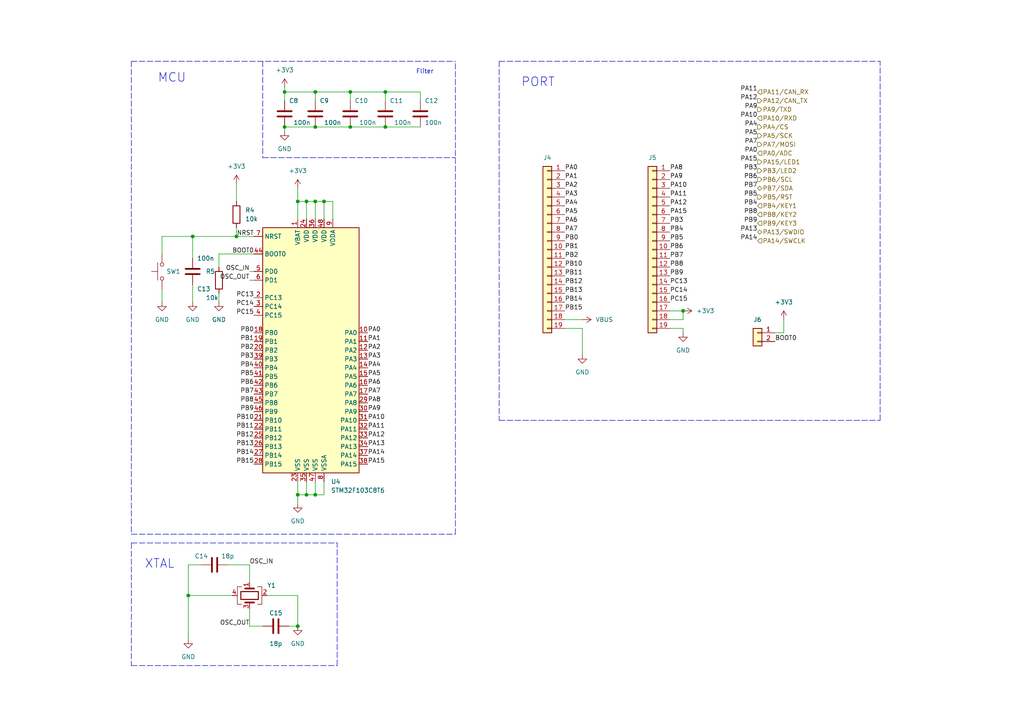
<source format=kicad_sch>
(kicad_sch (version 20211123) (generator eeschema)
  (paper "A4")
  (lib_symbols
    (symbol "Connector_Generic:Conn_01x02" (pin_names (offset 1.016) hide)
      (property "Reference" "J" (at 0 2.54 0))
      (property "Value" "Conn_01x02" (at 0 -5.08 0))
      (symbol "Conn_01x02_1_1"
        (rectangle (start -1.27 -2.413) (end 0 -2.667) (stroke (width 0.1524)))
        (rectangle (start -1.27 0.127) (end 0 -0.127) (stroke (width 0.1524)))
        (rectangle (start -1.27 1.27) (end 1.27 -3.81) (stroke (width 0.254)) (fill (type background)))
        (pin passive line (at -5.08 0 0) (length 3.81) (name "Pin_1") (number "1"))
        (pin passive line (at -5.08 -2.54 0) (length 3.81) (name "Pin_2") (number "2"))
      )
    )
    (symbol "Connector_Generic:Conn_01x19" (pin_names (offset 1.016) hide)
      (property "Reference" "J" (at 0 25.4 0))
      (property "Value" "Conn_01x19" (at 0 -25.4 0))
      (symbol "Conn_01x19_1_1"
        (rectangle (start -1.27 -22.733) (end 0 -22.987) (stroke (width 0.1524)))
        (rectangle (start -1.27 -20.193) (end 0 -20.447) (stroke (width 0.1524)))
        (rectangle (start -1.27 -17.653) (end 0 -17.907) (stroke (width 0.1524)))
        (rectangle (start -1.27 -15.113) (end 0 -15.367) (stroke (width 0.1524)))
        (rectangle (start -1.27 -12.573) (end 0 -12.827) (stroke (width 0.1524)))
        (rectangle (start -1.27 -10.033) (end 0 -10.287) (stroke (width 0.1524)))
        (rectangle (start -1.27 -7.493) (end 0 -7.747) (stroke (width 0.1524)))
        (rectangle (start -1.27 -4.953) (end 0 -5.207) (stroke (width 0.1524)))
        (rectangle (start -1.27 -2.413) (end 0 -2.667) (stroke (width 0.1524)))
        (rectangle (start -1.27 0.127) (end 0 -0.127) (stroke (width 0.1524)))
        (rectangle (start -1.27 2.667) (end 0 2.413) (stroke (width 0.1524)))
        (rectangle (start -1.27 5.207) (end 0 4.953) (stroke (width 0.1524)))
        (rectangle (start -1.27 7.747) (end 0 7.493) (stroke (width 0.1524)))
        (rectangle (start -1.27 10.287) (end 0 10.033) (stroke (width 0.1524)))
        (rectangle (start -1.27 12.827) (end 0 12.573) (stroke (width 0.1524)))
        (rectangle (start -1.27 15.367) (end 0 15.113) (stroke (width 0.1524)))
        (rectangle (start -1.27 17.907) (end 0 17.653) (stroke (width 0.1524)))
        (rectangle (start -1.27 20.447) (end 0 20.193) (stroke (width 0.1524)))
        (rectangle (start -1.27 22.987) (end 0 22.733) (stroke (width 0.1524)))
        (rectangle (start -1.27 24.13) (end 1.27 -24.13) (stroke (width 0.254)) (fill (type background)))
        (pin passive line (at -5.08 22.86 0) (length 3.81) (name "Pin_1") (number "1"))
        (pin passive line (at -5.08 0 0) (length 3.81) (name "Pin_10") (number "10"))
        (pin passive line (at -5.08 -2.54 0) (length 3.81) (name "Pin_11") (number "11"))
        (pin passive line (at -5.08 -5.08 0) (length 3.81) (name "Pin_12") (number "12"))
        (pin passive line (at -5.08 -7.62 0) (length 3.81) (name "Pin_13") (number "13"))
        (pin passive line (at -5.08 -10.16 0) (length 3.81) (name "Pin_14") (number "14"))
        (pin passive line (at -5.08 -12.7 0) (length 3.81) (name "Pin_15") (number "15"))
        (pin passive line (at -5.08 -15.24 0) (length 3.81) (name "Pin_16") (number "16"))
        (pin passive line (at -5.08 -17.78 0) (length 3.81) (name "Pin_17") (number "17"))
        (pin passive line (at -5.08 -20.32 0) (length 3.81) (name "Pin_18") (number "18"))
        (pin passive line (at -5.08 -22.86 0) (length 3.81) (name "Pin_19") (number "19"))
        (pin passive line (at -5.08 20.32 0) (length 3.81) (name "Pin_2") (number "2"))
        (pin passive line (at -5.08 17.78 0) (length 3.81) (name "Pin_3") (number "3"))
        (pin passive line (at -5.08 15.24 0) (length 3.81) (name "Pin_4") (number "4"))
        (pin passive line (at -5.08 12.7 0) (length 3.81) (name "Pin_5") (number "5"))
        (pin passive line (at -5.08 10.16 0) (length 3.81) (name "Pin_6") (number "6"))
        (pin passive line (at -5.08 7.62 0) (length 3.81) (name "Pin_7") (number "7"))
        (pin passive line (at -5.08 5.08 0) (length 3.81) (name "Pin_8") (number "8"))
        (pin passive line (at -5.08 2.54 0) (length 3.81) (name "Pin_9") (number "9"))
      )
    )
    (symbol "Device:C" (pin_numbers hide) (pin_names (offset 0.254))
      (property "Reference" "C" (at 0.635 2.54 0))
      (property "Value" "C" (at 0.635 -2.54 0))
      (symbol "C_0_1"
        (polyline (pts (xy -2.032 -0.762) (xy 2.032 -0.762)) (stroke (width 0.508)))
        (polyline (pts (xy -2.032 0.762) (xy 2.032 0.762)) (stroke (width 0.508)))
      )
      (symbol "C_1_1"
        (pin passive line (at 0 3.81 270) (length 2.794) (name "~") (number "1"))
        (pin passive line (at 0 -3.81 90) (length 2.794) (name "~") (number "2"))
      )
    )
    (symbol "Device:Crystal_GND24" (pin_names (offset 1.016) hide)
      (property "Reference" "Y" (at 3.175 5.08 0))
      (property "Value" "Crystal_GND24" (at 3.175 3.175 0))
      (symbol "Crystal_GND24_0_1"
        (rectangle (start -1.143 2.54) (end 1.143 -2.54) (stroke (width 0.3048)))
        (polyline (pts (xy -2.54 0) (xy -2.032 0)))
        (polyline (pts (xy -2.032 -1.27) (xy -2.032 1.27)) (stroke (width 0.508)))
        (polyline (pts (xy 0 -3.81) (xy 0 -3.556)))
        (polyline (pts (xy 0 3.556) (xy 0 3.81)))
        (polyline (pts (xy 2.032 -1.27) (xy 2.032 1.27)) (stroke (width 0.508)))
        (polyline (pts (xy 2.032 0) (xy 2.54 0)))
        (polyline (pts (xy -2.54 -2.286) (xy -2.54 -3.556) (xy 2.54 -3.556) (xy 2.54 -2.286)))
        (polyline (pts (xy -2.54 2.286) (xy -2.54 3.556) (xy 2.54 3.556) (xy 2.54 2.286)))
      )
      (symbol "Crystal_GND24_1_1"
        (pin passive line (at -3.81 0 0) (length 1.27) (name "1") (number "1"))
        (pin passive line (at 0 5.08 270) (length 1.27) (name "2") (number "2"))
        (pin passive line (at 3.81 0 180) (length 1.27) (name "3") (number "3"))
        (pin passive line (at 0 -5.08 90) (length 1.27) (name "4") (number "4"))
      )
    )
    (symbol "Device:R" (pin_numbers hide) (pin_names (offset 0))
      (property "Reference" "R" (at 2.032 0 90))
      (property "Value" "R" (at 0 0 90))
      (symbol "R_0_1"
        (rectangle (start -1.016 -2.54) (end 1.016 2.54) (stroke (width 0.254)))
      )
      (symbol "R_1_1"
        (pin passive line (at 0 3.81 270) (length 1.27) (name "~") (number "1"))
        (pin passive line (at 0 -3.81 90) (length 1.27) (name "~") (number "2"))
      )
    )
    (symbol "MCU_ST_STM32F1:STM32F103C8Tx"
      (property "Reference" "U" (at -15.24 36.83 0))
      (property "Value" "STM32F103C8Tx" (at 7.62 36.83 0))
      (symbol "STM32F103C8Tx_0_1"
        (rectangle (start -15.24 -35.56) (end 12.7 35.56) (stroke (width 0.254)) (fill (type background)))
      )
      (symbol "STM32F103C8Tx_1_1"
        (pin power_in line (at -5.08 38.1 270) (length 2.54) (name "VBAT") (number "1"))
        (pin bidirectional line (at 15.24 5.08 180) (length 2.54) (name "PA0") (number "10"))
        (pin bidirectional line (at 15.24 2.54 180) (length 2.54) (name "PA1") (number "11"))
        (pin bidirectional line (at 15.24 0 180) (length 2.54) (name "PA2") (number "12"))
        (pin bidirectional line (at 15.24 -2.54 180) (length 2.54) (name "PA3") (number "13"))
        (pin bidirectional line (at 15.24 -5.08 180) (length 2.54) (name "PA4") (number "14"))
        (pin bidirectional line (at 15.24 -7.62 180) (length 2.54) (name "PA5") (number "15"))
        (pin bidirectional line (at 15.24 -10.16 180) (length 2.54) (name "PA6") (number "16"))
        (pin bidirectional line (at 15.24 -12.7 180) (length 2.54) (name "PA7") (number "17"))
        (pin bidirectional line (at -17.78 5.08 0) (length 2.54) (name "PB0") (number "18"))
        (pin bidirectional line (at -17.78 2.54 0) (length 2.54) (name "PB1") (number "19"))
        (pin bidirectional line (at -17.78 15.24 0) (length 2.54) (name "PC13") (number "2"))
        (pin bidirectional line (at -17.78 0 0) (length 2.54) (name "PB2") (number "20"))
        (pin bidirectional line (at -17.78 -20.32 0) (length 2.54) (name "PB10") (number "21"))
        (pin bidirectional line (at -17.78 -22.86 0) (length 2.54) (name "PB11") (number "22"))
        (pin power_in line (at -5.08 -38.1 90) (length 2.54) (name "VSS") (number "23"))
        (pin power_in line (at -2.54 38.1 270) (length 2.54) (name "VDD") (number "24"))
        (pin bidirectional line (at -17.78 -25.4 0) (length 2.54) (name "PB12") (number "25"))
        (pin bidirectional line (at -17.78 -27.94 0) (length 2.54) (name "PB13") (number "26"))
        (pin bidirectional line (at -17.78 -30.48 0) (length 2.54) (name "PB14") (number "27"))
        (pin bidirectional line (at -17.78 -33.02 0) (length 2.54) (name "PB15") (number "28"))
        (pin bidirectional line (at 15.24 -15.24 180) (length 2.54) (name "PA8") (number "29"))
        (pin bidirectional line (at -17.78 12.7 0) (length 2.54) (name "PC14") (number "3"))
        (pin bidirectional line (at 15.24 -17.78 180) (length 2.54) (name "PA9") (number "30"))
        (pin bidirectional line (at 15.24 -20.32 180) (length 2.54) (name "PA10") (number "31"))
        (pin bidirectional line (at 15.24 -22.86 180) (length 2.54) (name "PA11") (number "32"))
        (pin bidirectional line (at 15.24 -25.4 180) (length 2.54) (name "PA12") (number "33"))
        (pin bidirectional line (at 15.24 -27.94 180) (length 2.54) (name "PA13") (number "34"))
        (pin power_in line (at -2.54 -38.1 90) (length 2.54) (name "VSS") (number "35"))
        (pin power_in line (at 0 38.1 270) (length 2.54) (name "VDD") (number "36"))
        (pin bidirectional line (at 15.24 -30.48 180) (length 2.54) (name "PA14") (number "37"))
        (pin bidirectional line (at 15.24 -33.02 180) (length 2.54) (name "PA15") (number "38"))
        (pin bidirectional line (at -17.78 -2.54 0) (length 2.54) (name "PB3") (number "39"))
        (pin bidirectional line (at -17.78 10.16 0) (length 2.54) (name "PC15") (number "4"))
        (pin bidirectional line (at -17.78 -5.08 0) (length 2.54) (name "PB4") (number "40"))
        (pin bidirectional line (at -17.78 -7.62 0) (length 2.54) (name "PB5") (number "41"))
        (pin bidirectional line (at -17.78 -10.16 0) (length 2.54) (name "PB6") (number "42"))
        (pin bidirectional line (at -17.78 -12.7 0) (length 2.54) (name "PB7") (number "43"))
        (pin input line (at -17.78 27.94 0) (length 2.54) (name "BOOT0") (number "44"))
        (pin bidirectional line (at -17.78 -15.24 0) (length 2.54) (name "PB8") (number "45"))
        (pin bidirectional line (at -17.78 -17.78 0) (length 2.54) (name "PB9") (number "46"))
        (pin power_in line (at 0 -38.1 90) (length 2.54) (name "VSS") (number "47"))
        (pin power_in line (at 2.54 38.1 270) (length 2.54) (name "VDD") (number "48"))
        (pin input line (at -17.78 22.86 0) (length 2.54) (name "PD0") (number "5"))
        (pin input line (at -17.78 20.32 0) (length 2.54) (name "PD1") (number "6"))
        (pin input line (at -17.78 33.02 0) (length 2.54) (name "NRST") (number "7"))
        (pin power_in line (at 2.54 -38.1 90) (length 2.54) (name "VSSA") (number "8"))
        (pin power_in line (at 5.08 38.1 270) (length 2.54) (name "VDDA") (number "9"))
      )
    )
    (symbol "Switch:SW_Push" (pin_numbers hide) (pin_names (offset 1.016) hide)
      (property "Reference" "SW" (at 1.27 2.54 0))
      (property "Value" "SW_Push" (at 0 -1.524 0))
      (symbol "SW_Push_0_1"
        (circle (center -2.032 0) (radius 0.508))
        (polyline (pts (xy 0 1.27) (xy 0 3.048)))
        (polyline (pts (xy 2.54 1.27) (xy -2.54 1.27)))
        (circle (center 2.032 0) (radius 0.508))
        (pin passive line (at -5.08 0 0) (length 2.54) (name "1") (number "1"))
        (pin passive line (at 5.08 0 180) (length 2.54) (name "2") (number "2"))
      )
    )
    (symbol "power:+3V3" (power) (pin_names (offset 0))
      (property "Value" "+3V3" (at 0 3.556 0))
      (symbol "+3V3_0_1"
        (polyline (pts (xy -0.762 1.27) (xy 0 2.54)))
        (polyline (pts (xy 0 0) (xy 0 2.54)))
        (polyline (pts (xy 0 2.54) (xy 0.762 1.27)))
      )
      (symbol "+3V3_1_1"
        (pin power_in line (at 0 0 90) (length 0) hide (name "+3V3") (number "1"))
      )
    )
    (symbol "power:GND" (power) (pin_names (offset 0))
      (property "Value" "GND" (at 0 -3.81 0))
      (symbol "GND_0_1"
        (polyline (pts (xy 0 0) (xy 0 -1.27) (xy 1.27 -1.27) (xy 0 -2.54) (xy -1.27 -1.27) (xy 0 -1.27)))
      )
      (symbol "GND_1_1"
        (pin power_in line (at 0 0 270) (length 0) hide (name "GND") (number "1"))
      )
    )
    (symbol "power:VBUS" (power) (pin_names (offset 0))
      (property "Value" "VBUS" (at 0 3.81 0))
      (symbol "VBUS_0_1"
        (polyline (pts (xy -0.762 1.27) (xy 0 2.54)))
        (polyline (pts (xy 0 0) (xy 0 2.54)))
        (polyline (pts (xy 0 2.54) (xy 0.762 1.27)))
      )
      (symbol "VBUS_1_1"
        (pin power_in line (at 0 0 90) (length 0) hide (name "VBUS") (number "1"))
      )
    )
  )
  (junction (at 86.36 58.42))
  (junction (at 88.9 143.51))
  (junction (at 54.61 172.72))
  (junction (at 101.6 36.83))
  (junction (at 88.9 58.42))
  (junction (at 93.98 58.42))
  (junction (at 68.58 68.58))
  (junction (at 91.44 36.83))
  (junction (at 82.55 36.83))
  (junction (at 86.36 143.51))
  (junction (at 82.55 26.67))
  (junction (at 111.76 36.83))
  (junction (at 55.88 68.58))
  (junction (at 91.44 58.42))
  (junction (at 91.44 26.67))
  (junction (at 91.44 143.51))
  (junction (at 101.6 26.67))
  (junction (at 86.36 181.61))
  (junction (at 111.76 26.67))
  (junction (at 198.12 90.17))
  (wire (pts (xy 86.36 54.61) (xy 86.36 58.42)))
  (wire (pts (xy 82.55 36.83) (xy 91.44 36.83)))
  (wire (pts (xy 86.36 172.72) (xy 86.36 181.61)))
  (wire (pts (xy 54.61 163.83) (xy 54.61 172.72)))
  (wire (pts (xy 194.31 95.25) (xy 198.12 95.25)))
  (polyline (pts (xy 255.27 121.92) (xy 255.27 17.78)))
  (wire (pts (xy 82.55 26.67) (xy 91.44 26.67)))
  (wire (pts (xy 58.42 163.83) (xy 54.61 163.83)))
  (wire (pts (xy 101.6 26.67) (xy 101.6 29.21)))
  (wire (pts (xy 91.44 143.51) (xy 93.98 143.51)))
  (polyline (pts (xy 97.79 193.04) (xy 97.79 157.48)))
  (wire (pts (xy 83.82 181.61) (xy 86.36 181.61)))
  (wire (pts (xy 54.61 172.72) (xy 67.31 172.72)))
  (wire (pts (xy 55.88 68.58) (xy 55.88 74.93)))
  (wire (pts (xy 77.47 172.72) (xy 86.36 172.72)))
  (wire (pts (xy 63.5 73.66) (xy 73.66 73.66)))
  (wire (pts (xy 86.36 143.51) (xy 88.9 143.51)))
  (wire (pts (xy 111.76 36.83) (xy 121.92 36.83)))
  (polyline (pts (xy 38.1 157.48) (xy 38.1 193.04)))
  (wire (pts (xy 86.36 143.51) (xy 86.36 146.05)))
  (wire (pts (xy 72.39 168.91) (xy 72.39 163.83)))
  (wire (pts (xy 91.44 36.83) (xy 101.6 36.83)))
  (polyline (pts (xy 38.1 157.48) (xy 97.79 157.48)))
  (polyline (pts (xy 132.08 154.94) (xy 132.08 17.78)))
  (wire (pts (xy 93.98 143.51) (xy 93.98 139.7)))
  (polyline (pts (xy 144.78 17.78) (xy 255.27 17.78)))
  (wire (pts (xy 86.36 58.42) (xy 86.36 63.5)))
  (wire (pts (xy 121.92 26.67) (xy 121.92 29.21)))
  (polyline (pts (xy 38.1 17.78) (xy 132.08 17.78)))
  (wire (pts (xy 101.6 26.67) (xy 111.76 26.67)))
  (wire (pts (xy 72.39 81.28) (xy 73.66 81.28)))
  (wire (pts (xy 194.31 92.71) (xy 198.12 92.71)))
  (wire (pts (xy 86.36 58.42) (xy 88.9 58.42)))
  (wire (pts (xy 111.76 26.67) (xy 121.92 26.67)))
  (polyline (pts (xy 144.78 17.78) (xy 144.78 121.92)))
  (wire (pts (xy 91.44 26.67) (xy 91.44 29.21)))
  (wire (pts (xy 91.44 58.42) (xy 93.98 58.42)))
  (wire (pts (xy 82.55 26.67) (xy 82.55 29.21)))
  (wire (pts (xy 111.76 26.67) (xy 111.76 29.21)))
  (wire (pts (xy 46.99 83.82) (xy 46.99 87.63)))
  (wire (pts (xy 88.9 58.42) (xy 88.9 63.5)))
  (wire (pts (xy 46.99 68.58) (xy 46.99 73.66)))
  (wire (pts (xy 68.58 53.34) (xy 68.58 58.42)))
  (wire (pts (xy 88.9 58.42) (xy 91.44 58.42)))
  (wire (pts (xy 91.44 143.51) (xy 91.44 139.7)))
  (wire (pts (xy 72.39 181.61) (xy 76.2 181.61)))
  (wire (pts (xy 82.55 25.4) (xy 82.55 26.67)))
  (wire (pts (xy 88.9 143.51) (xy 91.44 143.51)))
  (polyline (pts (xy 144.78 121.92) (xy 255.27 121.92)))
  (wire (pts (xy 198.12 95.25) (xy 198.12 96.52)))
  (wire (pts (xy 168.91 95.25) (xy 168.91 102.87)))
  (wire (pts (xy 82.55 36.83) (xy 82.55 38.1)))
  (wire (pts (xy 88.9 143.51) (xy 88.9 139.7)))
  (wire (pts (xy 163.83 92.71) (xy 168.91 92.71)))
  (wire (pts (xy 68.58 66.04) (xy 68.58 68.58)))
  (wire (pts (xy 73.66 68.58) (xy 68.58 68.58)))
  (polyline (pts (xy 38.1 193.04) (xy 97.79 193.04)))
  (wire (pts (xy 66.04 163.83) (xy 72.39 163.83)))
  (polyline (pts (xy 76.2 45.72) (xy 132.08 45.72)))
  (wire (pts (xy 63.5 85.09) (xy 63.5 87.63)))
  (polyline (pts (xy 76.2 17.78) (xy 76.2 45.72)))
  (wire (pts (xy 93.98 58.42) (xy 93.98 63.5)))
  (polyline (pts (xy 38.1 17.78) (xy 38.1 154.94)))
  (wire (pts (xy 54.61 172.72) (xy 54.61 185.42)))
  (wire (pts (xy 91.44 26.67) (xy 101.6 26.67)))
  (polyline (pts (xy 38.1 154.94) (xy 132.08 154.94)))
  (wire (pts (xy 227.33 96.52) (xy 227.33 92.71)))
  (wire (pts (xy 86.36 139.7) (xy 86.36 143.51)))
  (wire (pts (xy 96.52 63.5) (xy 96.52 58.42)))
  (wire (pts (xy 93.98 58.42) (xy 96.52 58.42)))
  (wire (pts (xy 63.5 77.47) (xy 63.5 73.66)))
  (wire (pts (xy 55.88 68.58) (xy 46.99 68.58)))
  (wire (pts (xy 72.39 78.74) (xy 73.66 78.74)))
  (wire (pts (xy 163.83 95.25) (xy 168.91 95.25)))
  (wire (pts (xy 91.44 58.42) (xy 91.44 63.5)))
  (wire (pts (xy 194.31 90.17) (xy 198.12 90.17)))
  (wire (pts (xy 101.6 36.83) (xy 111.76 36.83)))
  (wire (pts (xy 68.58 68.58) (xy 55.88 68.58)))
  (wire (pts (xy 55.88 82.55) (xy 55.88 87.63)))
  (wire (pts (xy 224.79 96.52) (xy 227.33 96.52)))
  (wire (pts (xy 72.39 176.53) (xy 72.39 181.61)))
  (wire (pts (xy 198.12 92.71) (xy 198.12 90.17)))
  (text "PORT" (at 151.13 25.4 0) (effects (font (size 2.54 2.54)) (justify left bottom)))
  (text "Fliter" (at 120.65 21.59 0) (effects (font (size 1.27 1.27)) (justify left bottom)))
  (text "MCU" (at 45.72 24.13 0) (effects (font (size 2.54 2.54)) (justify left bottom)))
  (text "XTAL" (at 41.91 165.1 0) (effects (font (size 2.54 2.54)) (justify left bottom)))
  (label "BOOT0" (at 224.79 99.06 0))
  (label "PA13" (at 106.68 129.54 0))
  (label "PB5" (at 73.66 109.22 180))
  (label "PB9" (at 219.71 64.77 180))
  (label "PC13" (at 73.66 86.36 180))
  (label "OSC_OUT" (at 72.39 181.61 180))
  (label "PB5" (at 194.31 69.85 0))
  (label "PA11" (at 219.71 26.67 180))
  (label "PB15" (at 163.83 90.17 0))
  (label "PB13" (at 73.66 129.54 180))
  (label "NRST" (at 73.66 68.58 180))
  (label "PB11" (at 73.66 124.46 180))
  (label "PA10" (at 219.71 34.29 180))
  (label "PA13" (at 219.71 67.31 180))
  (label "PA4" (at 219.71 36.83 180))
  (label "PA14" (at 106.68 132.08 0))
  (label "PB1" (at 163.83 72.39 0))
  (label "PA7" (at 163.83 67.31 0))
  (label "PB9" (at 194.31 80.01 0))
  (label "PB4" (at 194.31 67.31 0))
  (label "PB0" (at 163.83 69.85 0))
  (label "PA3" (at 163.83 57.15 0))
  (label "PA6" (at 106.68 111.76 0))
  (label "PA2" (at 106.68 101.6 0))
  (label "PB3" (at 219.71 49.53 180))
  (label "PA9" (at 106.68 119.38 0))
  (label "PB7" (at 194.31 74.93 0))
  (label "OSC_OUT" (at 72.39 81.28 180))
  (label "PB3" (at 73.66 104.14 180))
  (label "PB4" (at 73.66 106.68 180))
  (label "PA15" (at 106.68 134.62 0))
  (label "PA12" (at 194.31 59.69 0))
  (label "PA4" (at 163.83 59.69 0))
  (label "PB11" (at 163.83 80.01 0))
  (label "PB6" (at 73.66 111.76 180))
  (label "PA12" (at 219.71 29.21 180))
  (label "PB15" (at 73.66 134.62 180))
  (label "PB6" (at 194.31 72.39 0))
  (label "PA3" (at 106.68 104.14 0))
  (label "OSC_IN" (at 72.39 78.74 180))
  (label "PA7" (at 106.68 114.3 0))
  (label "PB12" (at 163.83 82.55 0))
  (label "PB6" (at 219.71 52.07 180))
  (label "PB10" (at 73.66 121.92 180))
  (label "PC15" (at 73.66 91.44 180))
  (label "PA12" (at 106.68 127 0))
  (label "PB8" (at 194.31 77.47 0))
  (label "PA9" (at 194.31 52.07 0))
  (label "PA1" (at 163.83 52.07 0))
  (label "PA0" (at 163.83 49.53 0))
  (label "PB8" (at 219.71 62.23 180))
  (label "PA1" (at 106.68 99.06 0))
  (label "PA14" (at 219.71 69.85 180))
  (label "PB14" (at 163.83 87.63 0))
  (label "PB7" (at 73.66 114.3 180))
  (label "PB4" (at 219.71 59.69 180))
  (label "PA0" (at 106.68 96.52 0))
  (label "PB7" (at 219.71 54.61 180))
  (label "PB12" (at 73.66 127 180))
  (label "PC14" (at 194.31 85.09 0))
  (label "PA8" (at 106.68 116.84 0))
  (label "PA6" (at 163.83 64.77 0))
  (label "PA10" (at 106.68 121.92 0))
  (label "PA15" (at 194.31 62.23 0))
  (label "PA5" (at 163.83 62.23 0))
  (label "PA11" (at 194.31 57.15 0))
  (label "PB0" (at 73.66 96.52 180))
  (label "PA7" (at 219.71 41.91 180))
  (label "PA10" (at 194.31 54.61 0))
  (label "PC14" (at 73.66 88.9 180))
  (label "PB2" (at 163.83 74.93 0))
  (label "PA5" (at 106.68 109.22 0))
  (label "PA2" (at 163.83 54.61 0))
  (label "PB1" (at 73.66 99.06 180))
  (label "PB2" (at 73.66 101.6 180))
  (label "PB3" (at 194.31 64.77 0))
  (label "PA15" (at 219.71 46.99 180))
  (label "PA8" (at 194.31 49.53 0))
  (label "PA11" (at 106.68 124.46 0))
  (label "PB14" (at 73.66 132.08 180))
  (label "PC15" (at 194.31 87.63 0))
  (label "PB9" (at 73.66 119.38 180))
  (label "PA9" (at 219.71 31.75 180))
  (label "BOOT0" (at 73.66 73.66 180))
  (label "PC13" (at 194.31 82.55 0))
  (label "PB13" (at 163.83 85.09 0))
  (label "PB5" (at 219.71 57.15 180))
  (label "PA4" (at 106.68 106.68 0))
  (label "PB8" (at 73.66 116.84 180))
  (label "PB10" (at 163.83 77.47 0))
  (label "PA5" (at 219.71 39.37 180))
  (label "PA0" (at 219.71 44.45 180))
  (label "OSC_IN" (at 72.39 163.83 0))
  (hierarchical_label "PA9{slash}TXD" (shape output) (at 219.71 31.75 0))
  (hierarchical_label "PA5{slash}SCK" (shape output) (at 219.71 39.37 0))
  (hierarchical_label "PB9{slash}KEY3" (shape input) (at 219.71 64.77 0))
  (hierarchical_label "PB7{slash}SDA" (shape bidirectional) (at 219.71 54.61 0))
  (hierarchical_label "PA15{slash}LED1" (shape output) (at 219.71 46.99 0))
  (hierarchical_label "PA0{slash}ADC" (shape input) (at 219.71 44.45 0))
  (hierarchical_label "PA7{slash}MOSI" (shape output) (at 219.71 41.91 0))
  (hierarchical_label "PA4{slash}CS" (shape output) (at 219.71 36.83 0))
  (hierarchical_label "PA10{slash}RXD" (shape input) (at 219.71 34.29 0))
  (hierarchical_label "PB4{slash}KEY1" (shape input) (at 219.71 59.69 0))
  (hierarchical_label "PA14{slash}SWCLK" (shape input) (at 219.71 69.85 0))
  (hierarchical_label "PB3{slash}LED2" (shape output) (at 219.71 49.53 0))
  (hierarchical_label "PA11{slash}CAN_RX" (shape input) (at 219.71 26.67 0))
  (hierarchical_label "PB5{slash}RST" (shape output) (at 219.71 57.15 0))
  (hierarchical_label "PB8{slash}KEY2" (shape input) (at 219.71 62.23 0))
  (hierarchical_label "PB6{slash}SCL" (shape output) (at 219.71 52.07 0))
  (hierarchical_label "PA13{slash}SWDIO" (shape bidirectional) (at 219.71 67.31 0))
  (hierarchical_label "PA12{slash}CAN_TX" (shape output) (at 219.71 29.21 0))
  (symbol (lib_id "Device:Crystal_GND24") (at 72.39 172.72 270) (unit 1)
    (property "Reference" "Y1" (at 78.74 169.7988 90))
    (property "Value" "Crystal_GND24" (effects hide))
    (property "Footprint" "Crystal_SMD_3225-4Pin_3.2x2.5mm" (effects hide))
  )
  (symbol (lib_id "power:+3V3") (at 227.33 92.71 0) (unit 1)
    (property "Reference" "#PWR0158" (effects hide))
    (property "Value" "+3V3" (at 227.33 87.63 0))
  )
  (symbol (lib_id "Device:C") (at 91.44 33.02 0) (unit 1)
    (property "Reference" "C9" (at 92.71 29.21 0) (effects (justify left)))
    (property "Value" "100n" (at 93.98 35.56 0) (effects (justify left)))
    (property "Footprint" "C_0603_1608Metric" (effects hide))
  )
  (symbol (lib_id "power:GND") (at 63.5 87.63 0) (unit 1)
    (property "Reference" "#PWR0160" (effects hide))
    (property "Value" "GND" (at 63.5 92.71 0))
  )
  (symbol (lib_id "Device:C") (at 101.6 33.02 0) (unit 1)
    (property "Reference" "C10" (at 102.87 29.21 0) (effects (justify left)))
    (property "Value" "100n" (at 104.14 35.56 0) (effects (justify left)))
    (property "Footprint" "C_0603_1608Metric" (effects hide))
  )
  (symbol (lib_id "Device:C") (at 62.23 163.83 90) (unit 1)
    (property "Reference" "C14" (at 58.42 161.29 90))
    (property "Value" "18p" (at 66.04 161.29 90))
    (property "Footprint" "C_0603_1608Metric" (effects hide))
  )
  (symbol (lib_id "Connector_Generic:Conn_01x19") (at 189.23 72.39 0) (mirror y) (unit 1)
    (property "Reference" "J5" (at 189.23 45.72 0))
    (property "Value" "Conn_01x19" (effects hide))
    (property "Footprint" "PinHeader_1x19_P2.54mm_Vertical" (effects hide))
  )
  (symbol (lib_id "Device:C") (at 121.92 33.02 0) (unit 1)
    (property "Reference" "C12" (at 123.19 29.21 0) (effects (justify left)))
    (property "Value" "100n" (at 123.19 35.56 0) (effects (justify left)))
    (property "Footprint" "C_0603_1608Metric" (effects hide))
  )
  (symbol (lib_id "Switch:SW_Push") (at 46.99 78.74 90) (unit 1)
    (property "Reference" "SW1" (at 48.26 78.7399 90) (effects (justify right)))
    (property "Value" "SW_Push" (effects hide))
    (property "Footprint" "SW_Push_1P1T_NO_6x6mm_H9.5mm" (effects hide))
  )
  (symbol (lib_id "Device:R") (at 63.5 81.28 0) (unit 1)
    (property "Reference" "R5" (at 59.69 78.74 0) (effects (justify left)))
    (property "Value" "10k" (at 59.69 86.36 0) (effects (justify left)))
    (property "Footprint" "R_0603_1608Metric" (effects hide))
  )
  (symbol (lib_id "Connector_Generic:Conn_01x19") (at 158.75 72.39 0) (mirror y) (unit 1)
    (property "Reference" "J4" (at 158.75 45.72 0))
    (property "Value" "Conn_01x19" (effects hide))
    (property "Footprint" "PinHeader_1x19_P2.54mm_Vertical" (effects hide))
  )
  (symbol (lib_id "Device:C") (at 111.76 33.02 0) (unit 1)
    (property "Reference" "C11" (at 113.03 29.21 0) (effects (justify left)))
    (property "Value" "100n" (at 114.3 35.56 0) (effects (justify left)))
    (property "Footprint" "C_0603_1608Metric" (effects hide))
  )
  (symbol (lib_id "Connector_Generic:Conn_01x02") (at 219.71 96.52 0) (mirror y) (unit 1)
    (property "Reference" "J6" (at 219.71 92.71 0))
    (property "Value" "Conn_01x02" (effects hide))
    (property "Footprint" "PinHeader_1x02_P2.54mm_Vertical" (effects hide))
  )
  (symbol (lib_id "power:+3V3") (at 82.55 25.4 0) (unit 1)
    (property "Reference" "#PWR0151" (effects hide))
    (property "Value" "+3V3" (at 82.55 20.32 0))
  )
  (symbol (lib_id "Device:C") (at 82.55 33.02 0) (unit 1)
    (property "Reference" "C8" (at 83.82 29.21 0) (effects (justify left)))
    (property "Value" "100n" (at 85.09 35.56 0) (effects (justify left)))
    (property "Footprint" "C_0603_1608Metric" (effects hide))
  )
  (symbol (lib_id "power:+3V3") (at 68.58 53.34 0) (unit 1)
    (property "Reference" "#PWR0152" (effects hide))
    (property "Value" "+3V3" (at 68.58 48.26 0))
  )
  (symbol (lib_id "power:GND") (at 168.91 102.87 0) (unit 1)
    (property "Reference" "#PWR0155" (effects hide))
    (property "Value" "GND" (at 168.91 107.95 0))
  )
  (symbol (lib_id "Device:C") (at 80.01 181.61 270) (unit 1)
    (property "Reference" "C15" (at 80.01 177.8 90))
    (property "Value" "18p" (at 80.01 186.69 90))
    (property "Footprint" "C_0603_1608Metric" (effects hide))
  )
  (symbol (lib_id "power:GND") (at 198.12 96.52 0) (unit 1)
    (property "Reference" "#PWR0156" (effects hide))
    (property "Value" "GND" (at 198.12 101.6 0))
  )
  (symbol (lib_id "Device:R") (at 68.58 62.23 0) (unit 1)
    (property "Reference" "R4" (at 71.12 60.9599 0) (effects (justify left)))
    (property "Value" "10k" (at 71.12 63.4999 0) (effects (justify left)))
    (property "Footprint" "R_0603_1608Metric" (effects hide))
  )
  (symbol (lib_id "power:GND") (at 82.55 38.1 0) (unit 1)
    (property "Reference" "#PWR0154" (effects hide))
    (property "Value" "GND" (at 82.55 43.18 0))
  )
  (symbol (lib_id "power:GND") (at 86.36 181.61 0) (unit 1)
    (property "Reference" "#PWR0149" (effects hide))
    (property "Value" "GND" (at 86.36 186.69 0))
  )
  (symbol (lib_id "MCU_ST_STM32F1:STM32F103C8Tx") (at 91.44 101.6 0) (unit 1)
    (property "Reference" "U4" (at 95.9994 139.7 0) (effects (justify left)))
    (property "Value" "STM32F103C8T6" (at 95.9994 142.24 0) (effects (justify left)))
    (property "Footprint" "Package_QFP:LQFP-48_7x7mm_P0.5mm" (effects hide))
    (property "Datasheet" "http://www.st.com/st-web-ui/static/active/en/resource/technical/document/datasheet/CD00161566.pdf" (effects hide))
  )
  (symbol (lib_id "Device:C") (at 55.88 78.74 0) (unit 1)
    (property "Reference" "C13" (at 57.15 83.82 0) (effects (justify left)))
    (property "Value" "100n" (at 57.15 74.93 0) (effects (justify left)))
    (property "Footprint" "C_0603_1608Metric" (effects hide))
  )
  (symbol (lib_id "power:GND") (at 54.61 185.42 0) (unit 1)
    (property "Reference" "#PWR0150" (effects hide))
    (property "Value" "GND" (at 54.61 190.5 0))
  )
  (symbol (lib_id "power:+3V3") (at 198.12 90.17 270) (unit 1)
    (property "Reference" "#PWR0157" (effects hide))
    (property "Value" "+3V3" (at 201.93 90.1699 90) (effects (justify left)))
  )
  (symbol (lib_id "power:GND") (at 86.36 146.05 0) (unit 1)
    (property "Reference" "#PWR0148" (effects hide))
    (property "Value" "GND" (at 86.36 151.13 0))
  )
  (symbol (lib_id "power:GND") (at 55.88 87.63 0) (unit 1)
    (property "Reference" "#PWR0161" (effects hide))
    (property "Value" "GND" (at 55.88 92.71 0))
  )
  (symbol (lib_id "power:+3V3") (at 86.36 54.61 0) (unit 1)
    (property "Reference" "#PWR0153" (effects hide))
    (property "Value" "+3V3" (at 86.36 49.53 0))
  )
  (symbol (lib_id "power:GND") (at 46.99 87.63 0) (unit 1)
    (property "Reference" "#PWR0162" (effects hide))
    (property "Value" "GND" (at 46.99 92.71 0))
  )
  (symbol (lib_id "power:VBUS") (at 168.91 92.71 270) (unit 1)
    (property "Reference" "#PWR0159" (effects hide))
    (property "Value" "VBUS" (at 172.72 92.7099 90) (effects (justify left)))
  )
)
</source>
